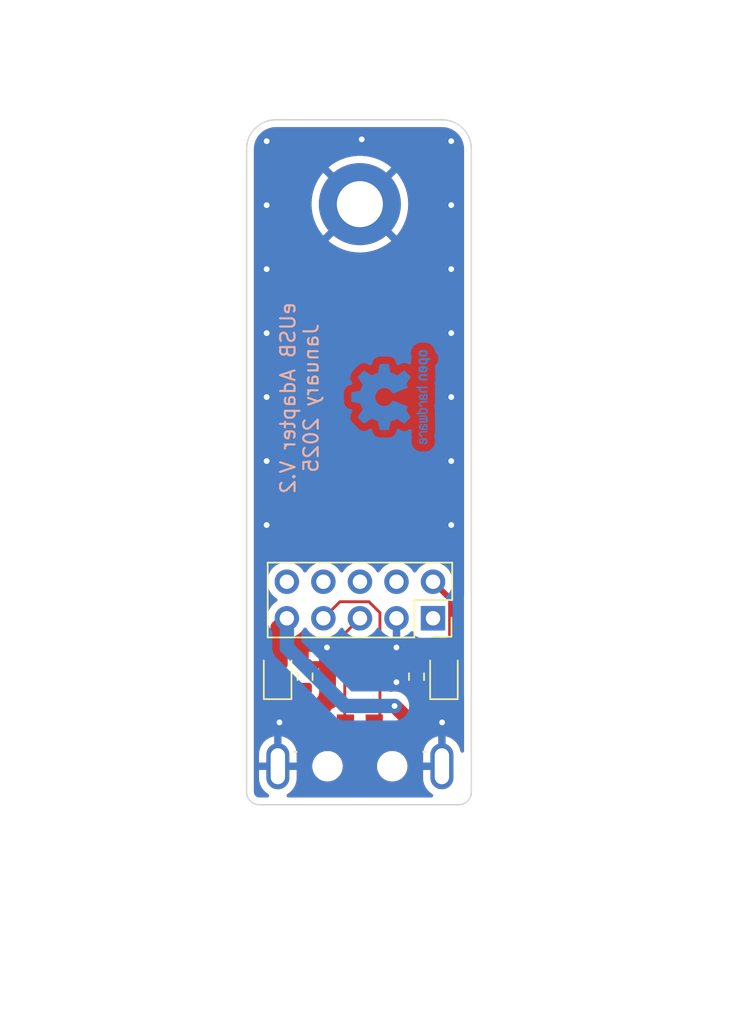
<source format=kicad_pcb>
(kicad_pcb (version 20211014) (generator pcbnew)
  (layers (0 "F.Cu" signal) (31 "B.Cu" signal) (34 "B.Paste" user) (35 "F.Paste" user) (36 "B.SilkS" user "B.Silkscreen") (37 "F.SilkS" user "F.Silkscreen") (38 "B.Mask" user) (39 "F.Mask" user) (44 "Edge.Cuts" user))
  (net 0 "")
  (net 1 "GND")
  (net 2 "/D+")
  (net 3 "/D-")
  (net 4 "+5V")
  (net 5 "Net-(D2-Pad1)")
  (net 8 "/KEY")
  (net 10 "Net-(D1-Pad1)")
  (net 11 "Net-(D1-Pad2)")
  (footprint "Resistor_SMD:R_0603_1608Metric" (layer "F.Cu") (at 156.21 92.964 90)
    (fp_text reference "R2" hide)
    (fp_text value "1k")
    (fp_line (start -0.237258 0.5225) (end 0.237258 0.5225) (layer "F.SilkS") (width 0.12))
    (fp_line (start -0.237258 -0.5225) (end 0.237258 -0.5225) (layer "F.SilkS") (width 0.12))
    (pad "1" smd roundrect (at -0.825 0 90) (size 0.8 0.95) (layers "F.Cu" "F.Paste" "F.Mask") (net 5 "Net-(D2-Pad1)"))
    (pad "2" smd roundrect (at 0.825 0 90) (size 0.8 0.95) (layers "F.Cu" "F.Paste" "F.Mask") (net 1 "GND"))
  )
  (footprint "Resistor_SMD:R_0603_1608Metric" (layer "F.Cu") (at 163.957 92.964 90)
    (fp_text reference "R1" hide)
    (fp_text value "1k")
    (fp_line (start -0.237258 0.5225) (end 0.237258 0.5225) (layer "F.SilkS") (width 0.12))
    (fp_line (start -0.237258 -0.5225) (end 0.237258 -0.5225) (layer "F.SilkS") (width 0.12))
    (pad "1" smd roundrect (at -0.825 0 90) (size 0.8 0.95) (layers "F.Cu" "F.Paste" "F.Mask") (net 10 "Net-(D1-Pad1)"))
    (pad "2" smd roundrect (at 0.825 0 90) (size 0.8 0.95) (layers "F.Cu" "F.Paste" "F.Mask") (net 1 "GND"))
  )
  (footprint "MountingHole:MountingHole_3.2mm_M3_ISO7380_Pad" (layer "F.Cu") (at 160.02 60.13)
    (fp_text reference "H1" hide)
    (fp_text value "Standoff Mounting Hole")
    (pad "1" thru_hole circle (at 0 0) (size 5.7 5.7) (drill 3.2) (layers *.Cu *.Mask) (net 1 "GND"))
  )
  (footprint "LED_SMD:LED_0805_2012Metric" (layer "F.Cu") (at 154.305 92.837 90)
    (fp_text reference "D2" hide)
    (fp_text value "Power_LED")
    (fp_line (start -1.685 -0.96) (end -1.685 0.96) (layer "F.SilkS") (width 0.12))
    (fp_line (start -1.685 0.96) (end 1 0.96) (layer "F.SilkS") (width 0.12))
    (fp_line (start 1 -0.96) (end -1.685 -0.96) (layer "F.SilkS") (width 0.12))
    (pad "1" smd roundrect (at -0.9375 0 90) (size 0.975 1.4) (layers "F.Cu" "F.Paste" "F.Mask") (net 5 "Net-(D2-Pad1)"))
    (pad "2" smd roundrect (at 0.9375 0 90) (size 0.975 1.4) (layers "F.Cu" "F.Paste" "F.Mask") (net 4 "+5V"))
  )
  (footprint "LED_SMD:LED_0805_2012Metric" (layer "F.Cu") (at 165.862 92.837 90)
    (fp_text reference "D1" hide)
    (fp_text value "Activity_LED")
    (fp_line (start -1.685 -0.96) (end -1.685 0.96) (layer "F.SilkS") (width 0.12))
    (fp_line (start 1 -0.96) (end -1.685 -0.96) (layer "F.SilkS") (width 0.12))
    (fp_line (start -1.685 0.96) (end 1 0.96) (layer "F.SilkS") (width 0.12))
    (pad "1" smd roundrect (at -0.9375 0 90) (size 0.975 1.4) (layers "F.Cu" "F.Paste" "F.Mask") (net 10 "Net-(D1-Pad1)"))
    (pad "2" smd roundrect (at 0.9375 0 90) (size 0.975 1.4) (layers "F.Cu" "F.Paste" "F.Mask") (net 11 "Net-(D1-Pad2)"))
  )
  (footprint "Connector_PinHeader_2.54mm:PinHeader_2x05_P2.54mm_Vertical" (layer "F.Cu") (at 154.945 88.905 90)
    (fp_text reference "J1" hide)
    (fp_text value "eUSB Connector")
    (fp_line (start 0.049208 11.439375) (end -1.280792 11.439375) (layer "F.SilkS") (width 0.12))
    (fp_line (start 1.270648 8.862593) (end -1.33 8.862593) (layer "F.SilkS") (width 0.12))
    (fp_line (start 1.27 11.49) (end 1.27 8.862593) (layer "F.SilkS") (width 0.12))
    (fp_line (start -1.33 -1.33) (end 3.87 -1.33) (layer "F.SilkS") (width 0.12))
    (fp_line (start 3.87 -1.33) (end 3.87 11.49) (layer "F.SilkS") (width 0.12))
    (fp_line (start 3.87 11.49) (end 1.27 11.49) (layer "F.SilkS") (width 0.12))
    (fp_line (start -1.280792 11.439375) (end -1.280792 10.109375) (layer "F.SilkS") (width 0.12))
    (fp_line (start -1.33 -1.33) (end -1.33 8.862593) (layer "F.SilkS") (width 0.12))
    (pad "1" thru_hole oval (at 0 0 90) (size 1.7 1.7) (drill 1) (layers *.Cu *.Mask) (net 4 "+5V"))
    (pad "2" thru_hole oval (at 2.54 0 90) (size 1.7 1.7) (drill 1) (layers *.Cu *.Mask))
    (pad "3" thru_hole oval (at 0 2.54 90) (size 1.7 1.7) (drill 1) (layers *.Cu *.Mask) (net 3 "/D-"))
    (pad "4" thru_hole oval (at 2.54 2.54 90) (size 1.7 1.7) (drill 1) (layers *.Cu *.Mask))
    (pad "5" thru_hole oval (at 0 5.08 90) (size 1.7 1.7) (drill 1) (layers *.Cu *.Mask) (net 2 "/D+"))
    (pad "6" thru_hole oval (at 2.54 5.08 90) (size 1.7 1.7) (drill 1) (layers *.Cu *.Mask))
    (pad "7" thru_hole oval (at 0 7.62 90) (size 1.7 1.7) (drill 1) (layers *.Cu *.Mask) (net 1 "GND"))
    (pad "8" thru_hole oval (at 2.54 7.62 90) (size 1.7 1.7) (drill 1) (layers *.Cu *.Mask))
    (pad "9" thru_hole rect (at 0 10.16 90) (size 1.7 1.7) (drill 1) (layers *.Cu *.Mask) (net 8 "/KEY"))
    (pad "10" thru_hole oval (at 2.54 10.16 90) (size 1.7 1.7) (drill 1) (layers *.Cu *.Mask) (net 11 "Net-(D1-Pad2)"))
  )
  (footprint "1-1734028-1:TE_1-1734028-1" (layer "F.Cu") (at 160.02 99.187)
    (fp_text reference "J2" hide)
    (fp_text value "USB_A Male")
    (fp_line (start -4.6 -1) (end -4.4 -1) (layer "F.SilkS") (width 0.127))
    (fp_line (start 4.6 -1) (end 4.4 -1) (layer "F.SilkS") (width 0.127))
    (pad "" np_thru_hole circle (at 2.25 0) (size 1.1 1.1) (drill 1.1) (layers *.Cu *.Mask))
    (pad "" np_thru_hole circle (at -2.25 0) (size 1.1 1.1) (drill 1.1) (layers *.Cu *.Mask))
    (pad "1" smd rect (at 3.5 -2.6) (size 1.2 2) (layers "F.Cu" "F.Paste" "F.Mask") (net 4 "+5V"))
    (pad "2" smd rect (at 1 -2.6) (size 1.2 2) (layers "F.Cu" "F.Paste" "F.Mask") (net 3 "/D-"))
    (pad "3" smd rect (at -1 -2.6) (size 1.2 2) (layers "F.Cu" "F.Paste" "F.Mask") (net 2 "/D+"))
    (pad "4" smd rect (at -3.5 -2.6) (size 1.2 2) (layers "F.Cu" "F.Paste" "F.Mask") (net 1 "GND"))
    (pad "S1" thru_hole oval (at -5.7 0) (size 1.6 3.2) (drill oval 1 2.5) (layers *.Cu *.Mask) (net 1 "GND"))
    (pad "S2" thru_hole oval (at 5.7 0) (size 1.6 3.2) (drill oval 1 2.5) (layers *.Cu *.Mask) (net 1 "GND"))
  )
  (footprint "Symbol:OSHW-Logo2_7.3x6mm_Copper" (layer "B.Cu") (at 162.179 73.533 -90)
    (fp_text reference "REF**" hide)
    (fp_text value "OSHW-Logo2_7.3x6mm_Copper" hide)
    (fp_poly (pts (xy 1.190117 -2.065358) (xy 1.189933 -2.173837) (xy 1.189219 -2.257287) (xy 1.187675 -2.319704) (xy 1.185001 -2.365085) (xy 1.180894 -2.397429) (xy 1.175055 -2.420733) (xy 1.167182 -2.438995) (xy 1.161221 -2.449418) (xy 1.111855 -2.505945) (xy 1.049264 -2.541377) (xy 0.980013 -2.55409) (xy 0.910668 -2.542463) (xy 0.869375 -2.521568) (xy 0.826025 -2.485422) (xy 0.796481 -2.441276) (xy 0.778655 -2.383462) (xy 0.770463 -2.306313) (xy 0.769302 -2.249714) (xy 0.769458 -2.245647) (xy 0.870857 -2.245647) (xy 0.871476 -2.31055) (xy 0.874314 -2.353514) (xy 0.88084 -2.381622) (xy 0.892523 -2.401953) (xy 0.906483 -2.417288) (xy 0.953365 -2.44689) (xy 1.003701 -2.449419) (xy 1.051276 -2.424705) (xy 1.054979 -2.421356) (xy 1.070783 -2.403935) (xy 1.080693 -2.383209) (xy 1.086058 -2.352362) (xy 1.088228 -2.304577) (xy 1.088571 -2.251748) (xy 1.087827 -2.185381) (xy 1.084748 -2.141106) (xy 1.078061 -2.112009) (xy 1.066496 -2.091173) (xy 1.057013 -2.080107) (xy 1.01296 -2.052198) (xy 0.962224 -2.048843) (xy 0.913796 -2.070159) (xy 0.90445 -2.078073) (xy 0.88854 -2.095647) (xy 0.87861 -2.116587) (xy 0.873278 -2.147782) (xy 0.871163 -2.196122) (xy 0.870857 -2.245647) (xy 0.769458 -2.245647) (xy 0.77281 -2.158568) (xy 0.784726 -2.090086) (xy 0.807135 -2.0386) (xy 0.842124 -1.998443) (xy 0.869375 -1.977861) (xy 0.918907 -1.955625) (xy 0.976316 -1.945304) (xy 1.029682 -1.948067) (xy 1.059543 -1.959212) (xy 1.071261 -1.962383) (xy 1.079037 -1.950557) (xy 1.084465 -1.918866) (xy 1.088571 -1.870593) (xy 1.093067 -1.816829) (xy 1.099313 -1.784482) (xy 1.110676 -1.765985) (xy 1.130528 -1.75377) (xy 1.143 -1.748362) (xy 1.190171 -1.728601) (xy 1.190117 -2.065358)) (layer "B.Cu") (width 0.01) (fill solid))
    (fp_poly (pts (xy -1.831697 -1.931239) (xy -1.774473 -1.969735) (xy -1.730251 -2.025335) (xy -1.703833 -2.096086) (xy -1.69849 -2.148162) (xy -1.699097 -2.169893) (xy -1.704178 -2.186531) (xy -1.718145 -2.201437) (xy -1.745411 -2.217973) (xy -1.790388 -2.239498) (xy -1.857489 -2.269374) (xy -1.857829 -2.269524) (xy -1.919593 -2.297813) (xy -1.970241 -2.322933) (xy -2.004596 -2.342179) (xy -2.017482 -2.352848) (xy -2.017486 -2.352934) (xy -2.006128 -2.376166) (xy -1.979569 -2.401774) (xy -1.949077 -2.420221) (xy -1.93363 -2.423886) (xy -1.891485 -2.411212) (xy -1.855192 -2.379471) (xy -1.837483 -2.344572) (xy -1.820448 -2.318845) (xy -1.787078 -2.289546) (xy -1.747851 -2.264235) (xy -1.713244 -2.250471) (xy -1.706007 -2.249714) (xy -1.697861 -2.26216) (xy -1.69737 -2.293972) (xy -1.703357 -2.336866) (xy -1.714643 -2.382558) (xy -1.73005 -2.422761) (xy -1.730829 -2.424322) (xy -1.777196 -2.489062) (xy -1.837289 -2.533097) (xy -1.905535 -2.554711) (xy -1.976362 -2.552185) (xy -2.044196 -2.523804) (xy -2.047212 -2.521808) (xy -2.100573 -2.473448) (xy -2.13566 -2.410352) (xy -2.155078 -2.327387) (xy -2.157684 -2.304078) (xy -2.162299 -2.194055) (xy -2.156767 -2.142748) (xy -2.017486 -2.142748) (xy -2.015676 -2.174753) (xy -2.005778 -2.184093) (xy -1.981102 -2.177105) (xy -1.942205 -2.160587) (xy -1.898725 -2.139881) (xy -1.897644 -2.139333) (xy -1.860791 -2.119949) (xy -1.846 -2.107013) (xy -1.849647 -2.093451) (xy -1.865005 -2.075632) (xy -1.904077 -2.049845) (xy -1.946154 -2.04795) (xy -1.983897 -2.066717) (xy -2.009966 -2.102915) (xy -2.017486 -2.142748) (xy -2.156767 -2.142748) (xy -2.152806 -2.106027) (xy -2.12845 -2.036212) (xy -2.094544 -1.987302) (xy -2.033347 -1.937878) (xy -1.965937 -1.913359) (xy -1.89712 -1.911797) (xy -1.831697 -1.931239)) (layer "B.Cu") (width 0.01) (fill solid))
    (fp_poly (pts (xy 0.529926 -1.949755) (xy 0.595858 -1.974084) (xy 0.649273 -2.017117) (xy 0.670164 -2.047409) (xy 0.692939 -2.102994) (xy 0.692466 -2.143186) (xy 0.668562 -2.170217) (xy 0.659717 -2.174813) (xy 0.62153 -2.189144) (xy 0.602028 -2.185472) (xy 0.595422 -2.161407) (xy 0.595086 -2.148114) (xy 0.582992 -2.09921) (xy 0.551471 -2.064999) (xy 0.507659 -2.048476) (xy 0.458695 -2.052634) (xy 0.418894 -2.074227) (xy 0.40545 -2.086544) (xy 0.395921 -2.101487) (xy 0.389485 -2.124075) (xy 0.385317 -2.159328) (xy 0.382597 -2.212266) (xy 0.380502 -2.287907) (xy 0.37996 -2.311857) (xy 0.377981 -2.39379) (xy 0.375731 -2.451455) (xy 0.372357 -2.489608) (xy 0.367006 -2.513004) (xy 0.358824 -2.526398) (xy 0.346959 -2.534545) (xy 0.339362 -2.538144) (xy 0.307102 -2.550452) (xy 0.288111 -2.554514) (xy 0.281836 -2.540948) (xy 0.278006 -2.499934) (xy 0.2766 -2.430999) (xy 0.277598 -2.333669) (xy 0.277908 -2.318657) (xy 0.280101 -2.229859) (xy 0.282693 -2.165019) (xy 0.286382 -2.119067) (xy 0.291864 -2.086935) (xy 0.299835 -2.063553) (xy 0.310993 -2.043852) (xy 0.31683 -2.03541) (xy 0.350296 -1.998057) (xy 0.387727 -1.969003) (xy 0.392309 -1.966467) (xy 0.459426 -1.946443) (xy 0.529926 -1.949755)) (layer "B.Cu") (width 0.01) (fill solid))
    (fp_poly (pts (xy -2.400256 -1.919918) (xy -2.344799 -1.947568) (xy -2.295852 -1.99848) (xy -2.282371 -2.017338) (xy -2.267686 -2.042015) (xy -2.258158 -2.068816) (xy -2.252707 -2.104587) (xy -2.250253 -2.156169) (xy -2.249714 -2.224267) (xy -2.252148 -2.317588) (xy -2.260606 -2.387657) (xy -2.276826 -2.439931) (xy -2.302546 -2.479869) (xy -2.339503 -2.512929) (xy -2.342218 -2.514886) (xy -2.37864 -2.534908) (xy -2.422498 -2.544815) (xy -2.478276 -2.547257) (xy -2.568952 -2.547257) (xy -2.56899 -2.635283) (xy -2.569834 -2.684308) (xy -2.574976 -2.713065) (xy -2.588413 -2.730311) (xy -2.614142 -2.744808) (xy -2.620321 -2.747769) (xy -2.649236 -2.761648) (xy -2.671624 -2.770414) (xy -2.688271 -2.771171) (xy -2.699964 -2.761023) (xy -2.70749 -2.737073) (xy -2.711634 -2.696426) (xy -2.713185 -2.636186) (xy -2.712929 -2.553455) (xy -2.711651 -2.445339) (xy -2.711252 -2.413) (xy -2.709815 -2.301524) (xy -2.708528 -2.228603) (xy -2.569029 -2.228603) (xy -2.568245 -2.290499) (xy -2.56476 -2.330997) (xy -2.556876 -2.357708) (xy -2.542895 -2.378244) (xy -2.533403 -2.38826) (xy -2.494596 -2.417567) (xy -2.460237 -2.419952) (xy -2.424784 -2.39575) (xy -2.423886 -2.394857) (xy -2.409461 -2.376153) (xy -2.400687 -2.350732) (xy -2.396261 -2.311584) (xy -2.394882 -2.251697) (xy -2.394857 -2.23843) (xy -2.398188 -2.155901) (xy -2.409031 -2.098691) (xy -2.42866 -2.063766) (xy -2.45835 -2.048094) (xy -2.475509 -2.046514) (xy -2.516234 -2.053926) (xy -2.544168 -2.07833) (xy -2.560983 -2.12298) (xy -2.56835 -2.19113) (xy -2.569029 -2.228603) (xy -2.708528 -2.228603) (xy -2.708292 -2.215245) (xy -2.706323 -2.150333) (xy -2.70355 -2.102958) (xy -2.699612 -2.06929) (xy -2.694151 -2.045498) (xy -2.686808 -2.027753) (xy -2.677223 -2.012224) (xy -2.673113 -2.006381) (xy -2.618595 -1.951185) (xy -2.549664 -1.91989) (xy -2.469928 -1.911165) (xy -2.400256 -1.919918)) (layer "B.Cu") (width 0.01) (fill solid))
    (fp_poly (pts (xy 2.144876 -1.956335) (xy 2.186667 -1.975344) (xy 2.219469 -1.998378) (xy 2.243503 -2.024133) (xy 2.260097 -2.057358) (xy 2.270577 -2.1028) (xy 2.276271 -2.165207) (xy 2.278507 -2.249327) (xy 2.278743 -2.304721) (xy 2.278743 -2.520826) (xy 2.241774 -2.53767) (xy 2.212656 -2.549981) (xy 2.198231 -2.554514) (xy 2.195472 -2.541025) (xy 2.193282 -2.504653) (xy 2.191942 -2.451542) (xy 2.191657 -2.409372) (xy 2.190434 -2.348447) (xy 2.187136 -2.300115) (xy 2.182321 -2.270518) (xy 2.178496 -2.264229) (xy 2.152783 -2.270652) (xy 2.112418 -2.287125) (xy 2.065679 -2.309458) (xy 2.020845 -2.333457) (xy 1.986193 -2.35493) (xy 1.970002 -2.369685) (xy 1.969938 -2.369845) (xy 1.97133 -2.397152) (xy 1.983818 -2.423219) (xy 2.005743 -2.444392) (xy 2.037743 -2.451474) (xy 2.065092 -2.450649) (xy 2.103826 -2.450042) (xy 2.124158 -2.459116) (xy 2.136369 -2.483092) (xy 2.137909 -2.487613) (xy 2.143203 -2.521806) (xy 2.129047 -2.542568) (xy 2.092148 -2.552462) (xy 2.052289 -2.554292) (xy 1.980562 -2.540727) (xy 1.943432 -2.521355) (xy 1.897576 -2.475845) (xy 1.873256 -2.419983) (xy 1.871073 -2.360957) (xy 1.891629 -2.305953) (xy 1.922549 -2.271486) (xy 1.95342 -2.252189) (xy 2.001942 -2.227759) (xy 2.058485 -2.202985) (xy 2.06791 -2.199199) (xy 2.130019 -2.171791) (xy 2.165822 -2.147634) (xy 2.177337 -2.123619) (xy 2.16658 -2.096635) (xy 2.148114 -2.075543) (xy 2.104469 -2.049572) (xy 2.056446 -2.047624) (xy 2.012406 -2.067637) (xy 1.980709 -2.107551) (xy 1.976549 -2.117848) (xy 1.952327 -2.155724) (xy 1.916965 -2.183842) (xy 1.872343 -2.206917) (xy 1.872343 -2.141485) (xy 1.874969 -2.101506) (xy 1.88623 -2.069997) (xy 1.911199 -2.036378) (xy 1.935169 -2.010484) (xy 1.972441 -1.973817) (xy 2.001401 -1.954121) (xy 2.032505 -1.94622) (xy 2.067713 -1.944914) (xy 2.144876 -1.956335)) (layer "B.Cu") (width 0.01) (fill solid))
    (fp_poly (pts (xy 2.6526 -1.958752) (xy 2.669948 -1.966334) (xy 2.711356 -1.999128) (xy 2.746765 -2.046547) (xy 2.768664 -2.097151) (xy 2.772229 -2.122098) (xy 2.760279 -2.156927) (xy 2.734067 -2.175357) (xy 2.705964 -2.186516) (xy 2.693095 -2.188572) (xy 2.686829 -2.173649) (xy 2.674456 -2.141175) (xy 2.669028 -2.126502) (xy 2.63859 -2.075744) (xy 2.59452 -2.050427) (xy 2.53801 -2.051206) (xy 2.533825 -2.052203) (xy 2.503655 -2.066507) (xy 2.481476 -2.094393) (xy 2.466327 -2.139287) (xy 2.45725 -2.204615) (xy 2.453286 -2.293804) (xy 2.452914 -2.341261) (xy 2.45273 -2.416071) (xy 2.451522 -2.467069) (xy 2.448309 -2.499471) (xy 2.442109 -2.518495) (xy 2.43194 -2.529356) (xy 2.416819 -2.537272) (xy 2.415946 -2.53767) (xy 2.386828 -2.549981) (xy 2.372403 -2.554514) (xy 2.370186 -2.540809) (xy 2.368289 -2.502925) (xy 2.366847 -2.445715) (xy 2.365998 -2.374027) (xy 2.365829 -2.321565) (xy 2.366692 -2.220047) (xy 2.37007 -2.143032) (xy 2.377142 -2.086023) (xy 2.389088 -2.044526) (xy 2.40709 -2.014043) (xy 2.432327 -1.99008) (xy 2.457247 -1.973355) (xy 2.517171 -1.951097) (xy 2.586911 -1.946076) (xy 2.6526 -1.958752)) (layer "B.Cu") (width 0.01) (fill solid))
    (fp_poly (pts (xy -0.624114 -1.851289) (xy -0.619861 -1.910613) (xy -0.614975 -1.945572) (xy -0.608205 -1.96082) (xy -0.598298 -1.961015) (xy -0.595086 -1.959195) (xy -0.552356 -1.946015) (xy -0.496773 -1.946785) (xy -0.440263 -1.960333) (xy -0.404918 -1.977861) (xy -0.368679 -2.005861) (xy -0.342187 -2.037549) (xy -0.324001 -2.077813) (xy -0.312678 -2.131543) (xy -0.306778 -2.203626) (xy -0.304857 -2.298951) (xy -0.304823 -2.317237) (xy -0.3048 -2.522646) (xy -0.350509 -2.53858) (xy -0.382973 -2.54942) (xy -0.400785 -2.554468) (xy -0.401309 -2.554514) (xy -0.403063 -2.540828) (xy -0.404556 -2.503076) (xy -0.405674 -2.446224) (xy -0.406303 -2.375234) (xy -0.4064 -2.332073) (xy -0.406602 -2.246973) (xy -0.407642 -2.185981) (xy -0.410169 -2.144177) (xy -0.414836 -2.116642) (xy -0.422293 -2.098456) (xy -0.433189 -2.084698) (xy -0.439993 -2.078073) (xy -0.486728 -2.051375) (xy -0.537728 -2.049375) (xy -0.583999 -2.071955) (xy -0.592556 -2.080107) (xy -0.605107 -2.095436) (xy -0.613812 -2.113618) (xy -0.619369 -2.139909) (xy -0.622474 -2.179562) (xy -0.623824 -2.237832) (xy -0.624114 -2.318173) (xy -0.624114 -2.522646) (xy -0.669823 -2.53858) (xy -0.702287 -2.54942) (xy -0.720099 -2.554468) (xy -0.720623 -2.554514) (xy -0.721963 -2.540623) (xy -0.723172 -2.501439) (xy -0.724199 -2.4407) (xy -0.724998 -2.362141) (xy -0.725519 -2.269498) (xy -0.725714 -2.166509) (xy -0.725714 -1.769342) (xy -0.678543 -1.749444) (xy -0.631371 -1.729547) (xy -0.624114 -1.851289)) (layer "B.Cu") (width 0.01) (fill solid))
    (fp_poly (pts (xy 1.779833 -1.958663) (xy 1.782048 -1.99685) (xy 1.783784 -2.054886) (xy 1.784899 -2.12818) (xy 1.785257 -2.205055) (xy 1.785257 -2.465196) (xy 1.739326 -2.511127) (xy 1.707675 -2.539429) (xy 1.67989 -2.550893) (xy 1.641915 -2.550168) (xy 1.62684 -2.548321) (xy 1.579726 -2.542948) (xy 1.540756 -2.539869) (xy 1.531257 -2.539585) (xy 1.499233 -2.541445) (xy 1.453432 -2.546114) (xy 1.435674 -2.548321) (xy 1.392057 -2.551735) (xy 1.362745 -2.54432) (xy 1.33368 -2.521427) (xy 1.323188 -2.511127) (xy 1.277257 -2.465196) (xy 1.277257 -1.978602) (xy 1.314226 -1.961758) (xy 1.346059 -1.949282) (xy 1.364683 -1.944914) (xy 1.369458 -1.958718) (xy 1.373921 -1.997286) (xy 1.377775 -2.056356) (xy 1.380722 -2.131663) (xy 1.382143 -2.195286) (xy 1.386114 -2.445657) (xy 1.420759 -2.450556) (xy 1.452268 -2.447131) (xy 1.467708 -2.436041) (xy 1.472023 -2.415308) (xy 1.475708 -2.371145) (xy 1.478469 -2.309146) (xy 1.480012 -2.234909) (xy 1.480235 -2.196706) (xy 1.480457 -1.976783) (xy 1.526166 -1.960849) (xy 1.558518 -1.950015) (xy 1.576115 -1.944962) (xy 1.576623 -1.944914) (xy 1.578388 -1.958648) (xy 1.580329 -1.99673) (xy 1.582282 -2.054482) (xy 1.584084 -2.127227) (xy 1.585343 -2.195286) (xy 1.589314 -2.445657) (xy 1.6764 -2.445657) (xy 1.680396 -2.21724) (xy 1.684392 -1.988822) (xy 1.726847 -1.966868) (xy 1.758192 -1.951793) (xy 1.776744 -1.944951) (xy 1.777279 -1.944914) (xy 1.779833 -1.958663)) (layer "B.Cu") (width 0.01) (fill solid))
    (fp_poly (pts (xy 3.153595 -1.966966) (xy 3.211021 -2.004497) (xy 3.238719 -2.038096) (xy 3.260662 -2.099064) (xy 3.262405 -2.147308) (xy 3.258457 -2.211816) (xy 3.109686 -2.276934) (xy 3.037349 -2.310202) (xy 2.990084 -2.336964) (xy 2.965507 -2.360144) (xy 2.961237 -2.382667) (xy 2.974889 -2.407455) (xy 2.989943 -2.423886) (xy 3.033746 -2.450235) (xy 3.081389 -2.452081) (xy 3.125145 -2.431546) (xy 3.157289 -2.390752) (xy 3.163038 -2.376347) (xy 3.190576 -2.331356) (xy 3.222258 -2.312182) (xy 3.265714 -2.295779) (xy 3.265714 -2.357966) (xy 3.261872 -2.400283) (xy 3.246823 -2.435969) (xy 3.21528 -2.476943) (xy 3.210592 -2.482267) (xy 3.175506 -2.51872) (xy 3.145347 -2.538283) (xy 3.107615 -2.547283) (xy 3.076335 -2.55023) (xy 3.020385 -2.550965) (xy 2.980555 -2.54166) (xy 2.955708 -2.527846) (xy 2.916656 -2.497467) (xy 2.889625 -2.464613) (xy 2.872517 -2.423294) (xy 2.863238 -2.367521) (xy 2.859693 -2.291305) (xy 2.85941 -2.252622) (xy 2.860372 -2.206247) (xy 2.948007 -2.206247) (xy 2.949023 -2.231126) (xy 2.951556 -2.2352) (xy 2.968274 -2.229665) (xy 3.004249 -2.215017) (xy 3.052331 -2.19419) (xy 3.062386 -2.189714) (xy 3.123152 -2.158814) (xy 3.156632 -2.131657) (xy 3.16399 -2.10622) (xy 3.146391 -2.080481) (xy 3.131856 -2.069109) (xy 3.07941 -2.046364) (xy 3.030322 -2.050122) (xy 2.989227 -2.077884) (xy 2.960758 -2.127152) (xy 2.951631 -2.166257) (xy 2.948007 -2.206247) (xy 2.860372 -2.206247) (xy 2.861285 -2.162249) (xy 2.868196 -2.095384) (xy 2.881884 -2.046695) (xy 2.904096 -2.010849) (xy 2.936574 -1.982513) (xy 2.950733 -1.973355) (xy 3.015053 -1.949507) (xy 3.085473 -1.948006) (xy 3.153595 -1.966966)) (layer "B.Cu") (width 0.01) (fill solid))
    (fp_poly (pts (xy 0.10391 2.757652) (xy 0.182454 2.757222) (xy 0.239298 2.756058) (xy 0.278105 2.753793) (xy 0.302538 2.75006) (xy 0.316262 2.744494) (xy 0.32294 2.736727) (xy 0.326236 2.726395) (xy 0.326556 2.725057) (xy 0.331562 2.700921) (xy 0.340829 2.653299) (xy 0.353392 2.587259) (xy 0.368287 2.507872) (xy 0.384551 2.420204) (xy 0.385119 2.417125) (xy 0.40141 2.331211) (xy 0.416652 2.255304) (xy 0.429861 2.193955) (xy 0.440054 2.151718) (xy 0.446248 2.133145) (xy 0.446543 2.132816) (xy 0.464788 2.123747) (xy 0.502405 2.108633) (xy 0.551271 2.090738) (xy 0.551543 2.090642) (xy 0.613093 2.067507) (xy 0.685657 2.038035) (xy 0.754057 2.008403) (xy 0.757294 2.006938) (xy 0.868702 1.956374) (xy 1.115399 2.12484) (xy 1.191077 2.176197) (xy 1.259631 2.222111) (xy 1.317088 2.25997) (xy 1.359476 2.287163) (xy 1.382825 2.301079) (xy 1.385042 2.302111) (xy 1.40201 2.297516) (xy 1.433701 2.275345) (xy 1.481352 2.234553) (xy 1.546198 2.174095) (xy 1.612397 2.109773) (xy 1.676214 2.046388) (xy 1.733329 1.988549) (xy 1.780305 1.939825) (xy 1.813703 1.90379) (xy 1.830085 1.884016) (xy 1.830694 1.882998) (xy 1.832505 1.869428) (xy 1.825683 1.847267) (xy 1.80854 1.813522) (xy 1.779393 1.7652) (xy 1.736555 1.699308) (xy 1.679448 1.614483) (xy 1.628766 1.539823) (xy 1.583461 1.47286) (xy 1.54615 1.417484) (xy 1.519452 1.37758) (xy 1.505985 1.357038) (xy 1.505137 1.355644) (xy 1.506781 1.335962) (xy 1.519245 1.297707) (xy 1.540048 1.248111) (xy 1.547462 1.232272) (xy 1.579814 1.16171) (xy 1.614328 1.081647) (xy 1.642365 1.012371) (xy 1.662568 0.960955) (xy 1.678615 0.921881) (xy 1.687888 0.901459) (xy 1.689041 0.899886) (xy 1.706096 0.897279) (xy 1.746298 0.890137) (xy 1.804302 0.879477) (xy 1.874763 0.866315) (xy 1.952335 0.851667) (xy 2.031672 0.836551) (xy 2.107431 0.821982) (xy 2.174264 0.808978) (xy 2.226828 0.798555) (xy 2.259776 0.79173) (xy 2.267857 0.789801) (xy 2.276205 0.785038) (xy 2.282506 0.774282) (xy 2.287045 0.753902) (xy 2.290104 0.720266) (xy 2.291967 0.669745) (xy 2.292918 0.598708) (xy 2.29324 0.503524) (xy 2.293257 0.464508) (xy 2.293257 0.147201) (xy 2.217057 0.132161) (xy 2.174663 0.124005) (xy 2.1114 0.112101) (xy 2.034962 0.097884) (xy 1.953043 0.08279) (xy 1.9304 0.078645) (xy 1.854806 0.063947) (xy 1.788953 0.049495) (xy 1.738366 0.036625) (xy 1.708574 0.026678) (xy 1.703612 0.023713) (xy 1.691426 0.002717) (xy 1.673953 -0.037967) (xy 1.654577 -0.090322) (xy 1.650734 -0.1016) (xy 1.625339 -0.171523) (xy 1.593817 -0.250418) (xy 1.562969 -0.321266) (xy 1.562817 -0.321595) (xy 1.511447 -0.432733) (xy 1.680399 -0.681253) (xy 1.849352 -0.929772) (xy 1.632429 -1.147058) (xy 1.566819 -1.211726) (xy 1.506979 -1.268733) (xy 1.456267 -1.315033) (xy 1.418046 -1.347584) (xy 1.395675 -1.363343) (xy 1.392466 -1.364343) (xy 1.373626 -1.356469) (xy 1.33518 -1.334578) (xy 1.28133 -1.301267) (xy 1.216276 -1.259131) (xy 1.14594 -1.211943) (xy 1.074555 -1.16381) (xy 1.010908 -1.121928) (xy 0.959041 -1.088871) (xy 0.922995 -1.067218) (xy 0.906867 -1.059543) (xy 0.887189 -1.066037) (xy 0.849875 -1.08315) (xy 0.802621 -1.107326) (xy 0.797612 -1.110013) (xy 0.733977 -1.141927) (xy 0.690341 -1.157579) (xy 0.663202 -1.157745) (xy 0.649057 -1.143204) (xy 0.648975 -1.143) (xy 0.641905 -1.125779) (xy 0.625042 -1.084899) (xy 0.599695 -1.023525) (xy 0.567171 -0.944819) (xy 0.528778 -0.851947) (xy 0.485822 -0.748072) (xy 0.444222 -0.647502) (xy 0.398504 -0.536516) (xy 0.356526 -0.433703) (xy 0.319548 -0.342215) (xy 0.288827 -0.265201) (xy 0.265622 -0.205815) (xy 0.25119 -0.167209) (xy 0.246743 -0.1528) (xy 0.257896 -0.136272) (xy 0.287069 -0.10993) (xy 0.325971 -0.080887) (xy 0.436757 0.010961) (xy 0.523351 0.116241) (xy 0.584716 0.232734) (xy 0.619815 0.358224) (xy 0.627608 0.490493) (xy 0.621943 0.551543) (xy 0.591078 0.678205) (xy 0.53792 0.790059) (xy 0.465767 0.885999) (xy 0.377917 0.964924) (xy 0.277665 1.02573) (xy 0.16831 1.067313) (xy 0.053147 1.088572) (xy -0.064525 1.088401) (xy -0.18141 1.065699) (xy -0.294211 1.019362) (xy -0.399631 0.948287) (xy -0.443632 0.908089) (xy -0.528021 0.804871) (xy -0.586778 0.692075) (xy -0.620296 0.57299) (xy -0.628965 0.450905) (xy -0.613177 0.329107) (xy -0.573322 0.210884) (xy -0.509793 0.099525) (xy -0.422979 -0.001684) (xy -0.325971 -0.080887) (xy -0.285563 -0.111162) (xy -0.257018 -0.137219) (xy -0.246743 -0.152825) (xy -0.252123 -0.169843) (xy -0.267425 -0.2105) (xy -0.291388 -0.271642) (xy -0.322756 -0.350119) (xy -0.360268 -0.44278) (xy -0.402667 -0.546472) (xy -0.444337 -0.647526) (xy -0.49031 -0.758607) (xy -0.532893 -0.861541) (xy -0.570779 -0.953165) (xy -0.60266 -1.030316) (xy -0.627229 -1.089831) (xy -0.64318 -1.128544) (xy -0.64909 -1.143) (xy -0.663052 -1.157685) (xy -0.69006 -1.157642) (xy -0.733587 -1.142099) (xy -0.79711 -1.110284) (xy -0.797612 -1.110013) (xy -0.84544 -1.085323) (xy -0.884103 -1.067338) (xy -0.905905 -1.059614) (xy -0.906867 -1.059543) (xy -0.923279 -1.067378) (xy -0.959513 -1.089165) (xy -1.011526 -1.122328) (xy -1.075275 -1.164291) (xy -1.14594 -1.211943) (xy -1.217884 -1.260191) (xy -1.282726 -1.302151) (xy -1.336265 -1.335227) (xy -1.374303 -1.356821) (xy -1.392467 -1.364343) (xy -1.409192 -1.354457) (xy -1.44282 -1.326826) (xy -1.48999 -1.284495) (xy -1.547342 -1.230505) (xy -1.611516 -1.167899) (xy -1.632503 -1.146983) (xy -1.849501 -0.929623) (xy -1.684332 -0.68722) (xy -1.634136 -0.612781) (xy -1.590081 -0.545972) (xy -1.554638 -0.490665) (xy -1.530281 -0.450729) (xy -1.519478 -0.430036) (xy -1.519162 -0.428563) (xy -1.524857 -0.409058) (xy -1.540174 -0.369822) (xy -1.562463 -0.31743) (xy -1.578107 -0.282355) (xy -1.607359 -0.215201) (xy -1.634906 -0.147358) (xy -1.656263 -0.090034) (xy -1.662065 -0.072572) (xy -1.678548 -0.025938) (xy -1.69466 0.010095) (xy -1.70351 0.023713) (xy -1.72304 0.032048) (xy -1.765666 0.043863) (xy -1.825855 0.057819) (xy -1.898078 0.072578) (xy -1.9304 0.078645) (xy -2.012478 0.093727) (xy -2.091205 0.108331) (xy -2.158891 0.12102) (xy -2.20784 0.130358) (xy -2.217057 0.132161) (xy -2.293257 0.147201) (xy -2.293257 0.464508) (xy -2.293086 0.568846) (xy -2.292384 0.647787) (xy -2.290866 0.704962) (xy -2.288251 0.744001) (xy -2.284254 0.768535) (xy -2.278591 0.782195) (xy -2.27098 0.788611) (xy -2.267857 0.789801) (xy -2.249022 0.79402) (xy -2.207412 0.802438) (xy -2.14837 0.814039) (xy -2.077243 0.827805) (xy -1.999375 0.84272) (xy -1.920113 0.857768) (xy -1.844802 0.871931) (xy -1.778787 0.884194) (xy -1.727413 0.893539) (xy -1.696025 0.89895) (xy -1.689041 0.899886) (xy -1.682715 0.912404) (xy -1.66871 0.945754) (xy -1.649645 0.993623) (xy -1.642366 1.012371) (xy -1.613004 1.084805) (xy -1.578429 1.16483) (xy -1.547463 1.232272) (xy -1.524677 1.283841) (xy -1.509518 1.326215) (xy -1.504458 1.352166) (xy -1.505264 1.355644) (xy -1.515959 1.372064) (xy -1.54038 1.408583) (xy -1.575905 1.461313) (xy -1.619913 1.526365) (xy -1.669783 1.599849) (xy -1.679644 1.614355) (xy -1.737508 1.700296) (xy -1.780044 1.765739) (xy -1.808946 1.813696) (xy -1.82591 1.84718) (xy -1.832633 1.869205) (xy -1.83081 1.882783) (xy -1.830764 1.882869) (xy -1.816414 1.900703) (xy -1.784677 1.935183) (xy -1.73899 1.982732) (xy -1.682796 2.039778) (xy -1.619532 2.102745) (xy -1.612398 2.109773) (xy -1.53267 2.18698) (xy -1.471143 2.24367) (xy -1.426579 2.28089) (xy -1.397743 2.299685) (xy -1.385042 2.302111) (xy -1.366506 2.291529) (xy -1.328039 2.267084) (xy -1.273614 2.231388) (xy -1.207202 2.187053) (xy -1.132775 2.136689) (xy -1.115399 2.12484) (xy -0.868703 1.956374) (xy -0.757294 2.006938) (xy -0.689543 2.036405) (xy -0.616817 2.066041) (xy -0.554297 2.08967) (xy -0.551543 2.090642) (xy -0.50264 2.108543) (xy -0.464943 2.12368) (xy -0.446575 2.13279) (xy -0.446544 2.132816) (xy -0.440715 2.149283) (xy -0.430808 2.189781) (xy -0.417805 2.249758) (xy -0.402691 2.32466) (xy -0.386448 2.409936) (xy -0.385119 2.417125) (xy -0.368825 2.504986) (xy -0.353867 2.58474) (xy -0.341209 2.651319) (xy -0.331814 2.699653) (xy -0.326646 2.724675) (xy -0.326556 2.725057) (xy -0.323411 2.735701) (xy -0.317296 2.743738) (xy -0.304547 2.749533) (xy -0.2815 2.753453) (xy -0.244491 2.755865) (xy -0.189856 2.757135) (xy -0.113933 2.757629) (xy -0.013056 2.757714) (xy 0 2.757714) (xy 0.10391 2.757652)) (layer "B.Cu") (width 0.01) (fill solid))
    (fp_poly (pts (xy 0.039744 -1.950968) (xy 0.096616 -1.972087) (xy 0.097267 -1.972493) (xy 0.13244 -1.99838) (xy 0.158407 -2.028633) (xy 0.17667 -2.068058) (xy 0.188732 -2.121462) (xy 0.196096 -2.193651) (xy 0.200264 -2.289432) (xy 0.200629 -2.303078) (xy 0.205876 -2.508842) (xy 0.161716 -2.531678) (xy 0.129763 -2.54711) (xy 0.11047 -2.554423) (xy 0.109578 -2.554514) (xy 0.106239 -2.541022) (xy 0.103587 -2.504626) (xy 0.101956 -2.451452) (xy 0.1016 -2.408393) (xy 0.101592 -2.338641) (xy 0.098403 -2.294837) (xy 0.087288 -2.273944) (xy 0.063501 -2.272925) (xy 0.022296 -2.288741) (xy -0.039914 -2.317815) (xy -0.085659 -2.341963) (xy -0.109187 -2.362913) (xy -0.116104 -2.385747) (xy -0.116114 -2.386877) (xy -0.104701 -2.426212) (xy -0.070908 -2.447462) (xy -0.019191 -2.450539) (xy 0.018061 -2.450006) (xy 0.037703 -2.460735) (xy 0.049952 -2.486505) (xy 0.057002 -2.519337) (xy 0.046842 -2.537966) (xy 0.043017 -2.540632) (xy 0.007001 -2.55134) (xy -0.043434 -2.552856) (xy -0.095374 -2.545759) (xy -0.132178 -2.532788) (xy -0.183062 -2.489585) (xy -0.211986 -2.429446) (xy -0.217714 -2.382462) (xy -0.213343 -2.340082) (xy -0.197525 -2.305488) (xy -0.166203 -2.274763) (xy -0.115322 -2.24399) (xy -0.040824 -2.209252) (xy -0.036286 -2.207288) (xy 0.030821 -2.176287) (xy 0.072232 -2.150862) (xy 0.089981 -2.128014) (xy 0.086107 -2.104745) (xy 0.062643 -2.078056) (xy 0.055627 -2.071914) (xy 0.00863 -2.0481) (xy -0.040067 -2.049103) (xy -0.082478 -2.072451) (xy -0.110616 -2.115675) (xy -0.113231 -2.12416) (xy -0.138692 -2.165308) (xy -0.170999 -2.185128) (xy -0.217714 -2.20477) (xy -0.217714 -2.15395) (xy -0.203504 -2.080082) (xy -0.161325 -2.012327) (xy -0.139376 -1.989661) (xy -0.089483 -1.960569) (xy -0.026033 -1.9474) (xy 0.039744 -1.950968)) (layer "B.Cu") (width 0.01) (fill solid))
    (fp_poly (pts (xy -1.283907 -1.92778) (xy -1.237328 -1.954723) (xy -1.204943 -1.981466) (xy -1.181258 -2.009484) (xy -1.164941 -2.043748) (xy -1.154661 -2.089227) (xy -1.149086 -2.150892) (xy -1.146884 -2.233711) (xy -1.146629 -2.293246) (xy -1.146629 -2.512391) (xy -1.208314 -2.540044) (xy -1.27 -2.567697) (xy -1.277257 -2.32767) (xy -1.280256 -2.238028) (xy -1.283402 -2.172962) (xy -1.287299 -2.128026) (xy -1.292553 -2.09877) (xy -1.299769 -2.080748) (xy -1.30955 -2.069511) (xy -1.312688 -2.067079) (xy -1.360239 -2.048083) (xy -1.408303 -2.0556) (xy -1.436914 -2.075543) (xy -1.448553 -2.089675) (xy -1.456609 -2.10822) (xy -1.461729 -2.136334) (xy -1.464559 -2.179173) (xy -1.465744 -2.241895) (xy -1.465943 -2.307261) (xy -1.465982 -2.389268) (xy -1.467386 -2.447316) (xy -1.472086 -2.486465) (xy -1.482013 -2.51178) (xy -1.499097 -2.528323) (xy -1.525268 -2.541156) (xy -1.560225 -2.554491) (xy -1.598404 -2.569007) (xy -1.593859 -2.311389) (xy -1.592029 -2.218519) (xy -1.589888 -2.149889) (xy -1.586819 -2.100711) (xy -1.582206 -2.066198) (xy -1.575432 -2.041562) (xy -1.565881 -2.022016) (xy -1.554366 -2.00477) (xy -1.49881 -1.94968) (xy -1.43102 -1.917822) (xy -1.357287 -1.910191) (xy -1.283907 -1.92778)) (layer "B.Cu") (width 0.01) (fill solid))
    (fp_poly (pts (xy -2.958885 -1.921962) (xy -2.890855 -1.957733) (xy -2.840649 -2.015301) (xy -2.822815 -2.052312) (xy -2.808937 -2.107882) (xy -2.801833 -2.178096) (xy -2.80116 -2.254727) (xy -2.806573 -2.329552) (xy -2.81773 -2.394342) (xy -2.834286 -2.440873) (xy -2.839374 -2.448887) (xy -2.899645 -2.508707) (xy -2.971231 -2.544535) (xy -3.048908 -2.55502) (xy -3.127452 -2.53881) (xy -3.149311 -2.529092) (xy -3.191878 -2.499143) (xy -3.229237 -2.459433) (xy -3.232768 -2.454397) (xy -3.247119 -2.430124) (xy -3.256606 -2.404178) (xy -3.26221 -2.370022) (xy -3.264914 -2.321119) (xy -3.265701 -2.250935) (xy -3.265714 -2.2352) (xy -3.265678 -2.230192) (xy -3.120571 -2.230192) (xy -3.119727 -2.29643) (xy -3.116404 -2.340386) (xy -3.109417 -2.368779) (xy -3.097584 -2.388325) (xy -3.091543 -2.394857) (xy -3.056814 -2.41968) (xy -3.023097 -2.418548) (xy -2.989005 -2.397016) (xy -2.968671 -2.374029) (xy -2.956629 -2.340478) (xy -2.949866 -2.287569) (xy -2.949402 -2.281399) (xy -2.948248 -2.185513) (xy -2.960312 -2.114299) (xy -2.98543 -2.068194) (xy -3.02344 -2.047635) (xy -3.037008 -2.046514) (xy -3.072636 -2.052152) (xy -3.097006 -2.071686) (xy -3.111907 -2.109042) (xy -3.119125 -2.16815) (xy -3.120571 -2.230192) (xy -3.265678 -2.230192) (xy -3.265174 -2.160413) (xy -3.262904 -2.108159) (xy -3.257932 -2.071949) (xy -3.249287 -2.045299) (xy -3.235995 -2.021722) (xy -3.233057 -2.017338) (xy -3.183687 -1.958249) (xy -3.129891 -1.923947) (xy -3.064398 -1.910331) (xy -3.042158 -1.909665) (xy -2.958885 -1.921962)) (layer "B.Cu") (width 0.01) (fill solid))
  )
  (gr_line (start 154.178 54.268841) (end 165.735 54.268841) (layer "Edge.Cuts") (width 0.1))
  (gr_line (start 167.767 100.971382) (end 167.767 56.300841) (layer "Edge.Cuts") (width 0.1))
  (gr_line (start 153.028618 101.860382) (end 166.878 101.860382) (layer "Edge.Cuts") (width 0.1))
  (gr_arc (start 153.028618 101.860382) (mid 152.403191 101.598678) (end 152.146 100.971382) (layer "Edge.Cuts") (width 0.1))
  (gr_arc (start 152.146 56.300841) (mid 152.741145 54.863974) (end 154.178 54.268841) (layer "Edge.Cuts") (width 0.1))
  (gr_arc (start 167.767 100.971382) (mid 167.506618 101.6) (end 166.878 101.860382) (layer "Edge.Cuts") (width 0.1))
  (gr_line (start 152.146 100.971382) (end 152.146 56.300841) (layer "Edge.Cuts") (width 0.1))
  (gr_arc (start 165.735 54.268841) (mid 167.171853 54.863988) (end 167.767 56.300841) (layer "Edge.Cuts") (width 0.1))
  (gr_text "eUSB Adapter V.2\nJanuary 2025" (at 155.829 73.6092 90) (layer "B.SilkS") (effects (font (size 1 1)) (justify mirror)))
  (segment (start 156.52 96.587) (end 156.52 96.987) (width 1) (layer "F.Cu") (net 1))
  (via (at 160.147 55.626) (size 0.8) (drill 0.4) (layers "F.Cu" "B.Cu") (net 1))
  (via (at 153.543 55.753) (size 0.8) (drill 0.4) (layers "F.Cu" "B.Cu") (net 1))
  (via (at 153.543 69.088) (size 0.8) (drill 0.4) (layers "F.Cu" "B.Cu") (net 1))
  (via (at 153.543 82.423) (size 0.8) (drill 0.4) (layers "F.Cu" "B.Cu") (net 1))
  (via (at 153.543 60.198) (size 0.8) (drill 0.4) (layers "F.Cu" "B.Cu") (net 1))
  (via (at 153.543 73.533) (size 0.8) (drill 0.4) (layers "F.Cu" "B.Cu") (net 1))
  (via (at 166.37 73.533) (size 0.8) (drill 0.4) (layers "F.Cu" "B.Cu") (net 1))
  (via (at 166.37 55.753) (size 0.8) (drill 0.4) (layers "F.Cu" "B.Cu") (net 1))
  (via (at 153.543 64.643) (size 0.8) (drill 0.4) (layers "F.Cu" "B.Cu") (net 1))
  (via (at 162.56 93.345) (size 0.8) (drill 0.4) (layers "F.Cu" "B.Cu") (net 1))
  (via (at 157.734 90.932) (size 0.8) (drill 0.4) (layers "F.Cu" "B.Cu") (net 1))
  (via (at 166.37 69.088) (size 0.8) (drill 0.4) (layers "F.Cu" "B.Cu") (net 1))
  (via (at 165.735 96.139) (size 0.8) (drill 0.4) (layers "F.Cu" "B.Cu") (net 1))
  (via (at 166.37 64.643) (size 0.8) (drill 0.4) (layers "F.Cu" "B.Cu") (net 1))
  (via (at 166.37 77.978) (size 0.8) (drill 0.4) (layers "F.Cu" "B.Cu") (net 1))
  (via (at 154.432 96.139) (size 0.8) (drill 0.4) (layers "F.Cu" "B.Cu") (net 1))
  (via (at 166.37 82.423) (size 0.8) (drill 0.4) (layers "F.Cu" "B.Cu") (net 1))
  (via (at 162.56 90.932) (size 0.8) (drill 0.4) (layers "F.Cu" "B.Cu") (net 1))
  (via (at 166.37 60.198) (size 0.8) (drill 0.4) (layers "F.Cu" "B.Cu") (net 1))
  (via (at 153.543 77.978) (size 0.8) (drill 0.4) (layers "F.Cu" "B.Cu") (net 1))
  (segment (start 158.97 89.96) (end 158.97 96.537) (width 0.2) (layer "F.Cu") (net 2))
  (segment (start 158.97 96.537) (end 159.02 96.587) (width 0.2) (layer "F.Cu") (net 2))
  (segment (start 160.025 88.905) (end 158.97 89.96) (width 0.2) (layer "F.Cu") (net 2))
  (segment (start 161.415 96.192) (end 161.02 96.587) (width 0.2) (layer "F.Cu") (net 3))
  (segment (start 160.653 87.755) (end 158.635 87.755) (width 0.2) (layer "F.Cu") (net 3))
  (segment (start 158.635 87.755) (end 157.485 88.905) (width 0.2) (layer "F.Cu") (net 3))
  (segment (start 161.415 88.517) (end 161.415 96.192) (width 0.2) (layer "F.Cu") (net 3))
  (segment (start 160.653 87.755) (end 161.415 88.517) (width 0.2) (layer "F.Cu") (net 3))
  (segment (start 154.305 89.545) (end 154.945 88.905) (width 1) (layer "F.Cu") (net 4))
  (segment (start 163.52 96.587) (end 163.52 96.083) (width 1) (layer "F.Cu") (net 4))
  (segment (start 154.305 91.7725) (end 154.305 89.545) (width 1) (layer "F.Cu") (net 4))
  (segment (start 163.52 96.083) (end 162.433 94.996) (width 1) (layer "F.Cu") (net 4))
  (via (at 162.433 94.996) (size 0.8) (drill 0.4) (layers "F.Cu" "B.Cu") (net 4))
  (segment (start 159.004 94.996) (end 154.94 90.932) (width 1) (layer "B.Cu") (net 4))
  (segment (start 162.433 94.996) (end 159.004 94.996) (width 1) (layer "B.Cu") (net 4))
  (segment (start 154.94 90.932) (end 154.945 90.927) (width 1) (layer "B.Cu") (net 4))
  (segment (start 154.945 90.927) (end 154.945 88.905) (width 1) (layer "B.Cu") (net 4))
  (segment (start 156.1955 93.7745) (end 156.21 93.789) (width 0.4) (layer "F.Cu") (net 5))
  (segment (start 154.305 93.7745) (end 156.1955 93.7745) (width 0.4) (layer "F.Cu") (net 5))
  (segment (start 163.83 93.7495) (end 165.862 93.7495) (width 0.4) (layer "F.Cu") (net 10))
  (segment (start 165.862 91.9245) (end 166.355 91.4315) (width 0.4) (layer "F.Cu") (net 11))
  (segment (start 166.355 87.615) (end 165.105 86.365) (width 0.4) (layer "F.Cu") (net 11))
  (segment (start 166.355 91.4315) (end 166.355 87.615) (width 0.4) (layer "F.Cu") (net 11))
  (zone (net 1) (net_name "GND") (layers F&B.Cu) (connect_pads (clearance 0.508)) (min_thickness 0.254) (fill yes (thermal_gap 0.508) (thermal_bridge_width 0.508))
    (polygon (pts (xy 167.746599 101.959271) (xy 152.019 101.854) (xy 152.019 54.102) (xy 167.999465 54.103152)))
  )
)
</source>
